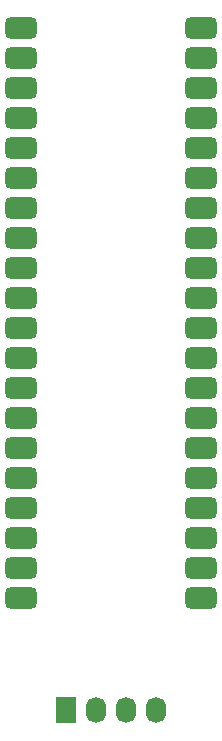
<source format=gbs>
G04 #@! TF.GenerationSoftware,KiCad,Pcbnew,(6.0.10)*
G04 #@! TF.CreationDate,2023-01-05T11:17:19+01:00*
G04 #@! TF.ProjectId,PIC_Interface,5049435f-496e-4746-9572-666163652e6b,rev?*
G04 #@! TF.SameCoordinates,Original*
G04 #@! TF.FileFunction,Soldermask,Bot*
G04 #@! TF.FilePolarity,Negative*
%FSLAX46Y46*%
G04 Gerber Fmt 4.6, Leading zero omitted, Abs format (unit mm)*
G04 Created by KiCad (PCBNEW (6.0.10)) date 2023-01-05 11:17:19*
%MOMM*%
%LPD*%
G01*
G04 APERTURE LIST*
G04 Aperture macros list*
%AMRoundRect*
0 Rectangle with rounded corners*
0 $1 Rounding radius*
0 $2 $3 $4 $5 $6 $7 $8 $9 X,Y pos of 4 corners*
0 Add a 4 corners polygon primitive as box body*
4,1,4,$2,$3,$4,$5,$6,$7,$8,$9,$2,$3,0*
0 Add four circle primitives for the rounded corners*
1,1,$1+$1,$2,$3*
1,1,$1+$1,$4,$5*
1,1,$1+$1,$6,$7*
1,1,$1+$1,$8,$9*
0 Add four rect primitives between the rounded corners*
20,1,$1+$1,$2,$3,$4,$5,0*
20,1,$1+$1,$4,$5,$6,$7,0*
20,1,$1+$1,$6,$7,$8,$9,0*
20,1,$1+$1,$8,$9,$2,$3,0*%
G04 Aperture macros list end*
%ADD10O,1.700000X2.200000*%
%ADD11R,1.700000X2.200000*%
%ADD12RoundRect,0.450000X-0.900000X-0.450000X0.900000X-0.450000X0.900000X0.450000X-0.900000X0.450000X0*%
G04 APERTURE END LIST*
D10*
X146810000Y-124750000D03*
X144270000Y-124750000D03*
X141730000Y-124750000D03*
D11*
X139190000Y-124750000D03*
D12*
X150615000Y-67000000D03*
X150615000Y-69540000D03*
X150615000Y-72080000D03*
X150615000Y-74620000D03*
X150615000Y-77160000D03*
X150615000Y-79700000D03*
X150615000Y-82240000D03*
X150615000Y-84780000D03*
X150615000Y-87320000D03*
X150615000Y-89860000D03*
X150615000Y-92400000D03*
X150615000Y-94940000D03*
X150615000Y-97480000D03*
X150615000Y-100020000D03*
X150615000Y-102560000D03*
X150615000Y-105100000D03*
X150615000Y-107640000D03*
X150615000Y-110180000D03*
X150615000Y-112720000D03*
X150615000Y-115260000D03*
X135375000Y-115260000D03*
X135375000Y-112720000D03*
X135375000Y-110180000D03*
X135375000Y-107640000D03*
X135375000Y-105100000D03*
X135375000Y-102560000D03*
X135375000Y-100020000D03*
X135375000Y-97480000D03*
X135375000Y-94940000D03*
X135375000Y-92400000D03*
X135375000Y-89860000D03*
X135375000Y-87320000D03*
X135375000Y-84780000D03*
X135375000Y-82240000D03*
X135375000Y-79700000D03*
X135375000Y-77160000D03*
X135375000Y-74620000D03*
X135375000Y-72080000D03*
X135375000Y-69540000D03*
X135375000Y-67000000D03*
M02*

</source>
